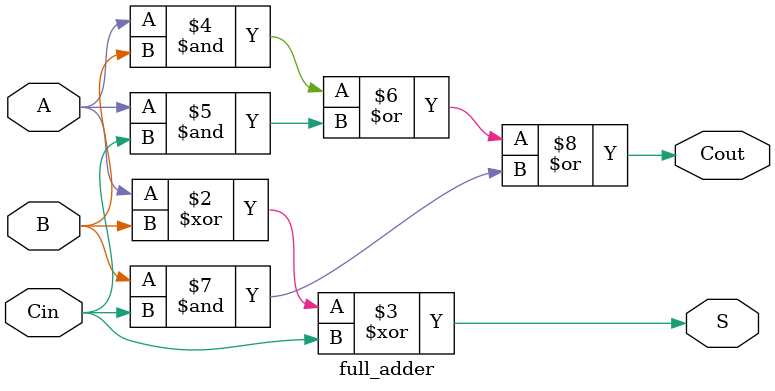
<source format=sv>
module full_adder
(
	input logic A,
	input logic B,
	input logic Cin,
	output logic Cout,
	output logic S

);

	// An extremely basic full adder unit that computes a 1 bit sum, with carry in and carry out support.

	always_comb begin
	
	
	// Compute sum and carry out.
	S = A ^ B ^ Cin;
	Cout = (A & B) | (A & Cin) | ( B & Cin);
	
	end
	
endmodule
</source>
